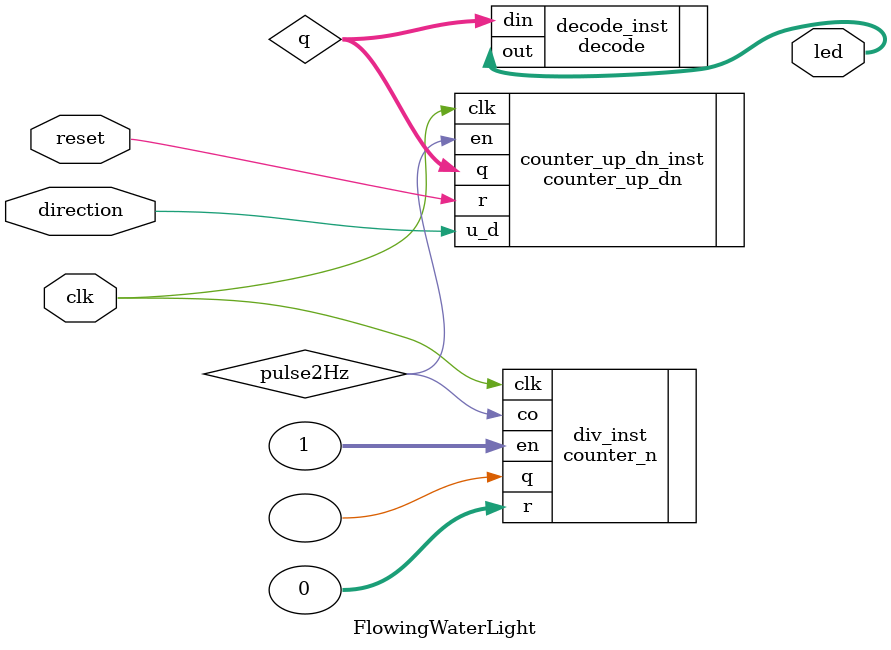
<source format=v>
module FlowingWaterLight(clk,reset,direction,led);
  parameter sim=0;
  input clk,reset,direction;
  output[7:0] led;
///////////////////////////////////////////////////////////////
//分频计数器实例，sim=0时，分频比n=5000_0000；计数器位数
//counter_bits=26;而sim=1时，分频比n=10；计数器位数counter_bits=4; 
///////////////////////////////////////////////////////////////   
   wire pulse2Hz;
   counter_n #(.n(sim?10:5000_0000),.counter_bits(sim?4:26))
	   div_inst(.clk(clk), .en(1), .r(0), .q(),.co(pulse2Hz));
  //-------------------   可逆计数器实例  ------------------//
    wire[2:0] q; 
    counter_up_dn #(.counter_bits(3))  counter_up_dn_inst(
	  .clk(clk),.en(pulse2Hz),.u_d(direction),.r(reset),.q(q));
  // -------------------   3线-8线器实例  ------------------//
   decode  decode_inst(.din(q),.out(led));
endmodule
	
</source>
